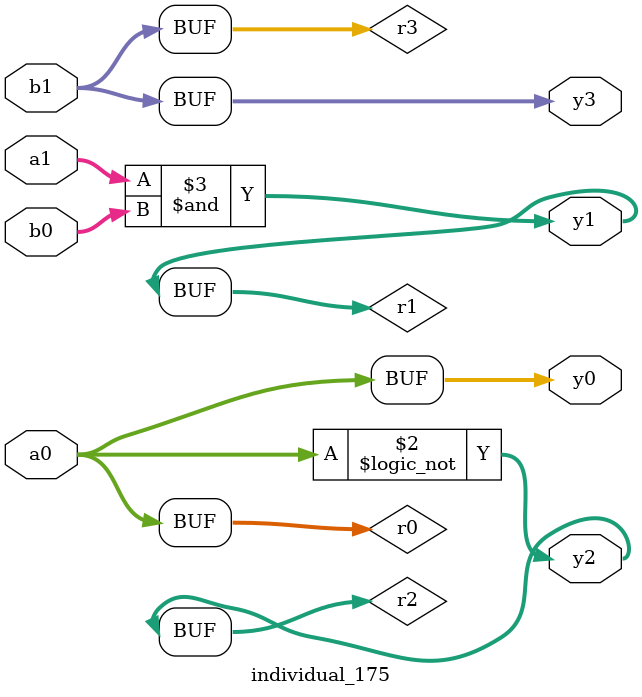
<source format=sv>
module individual_175(input logic [15:0] a1, input logic [15:0] a0, input logic [15:0] b1, input logic [15:0] b0, output logic [15:0] y3, output logic [15:0] y2, output logic [15:0] y1, output logic [15:0] y0);
logic [15:0] r0, r1, r2, r3; 
 always@(*) begin 
	 r0 = a0; r1 = a1; r2 = b0; r3 = b1; 
 	 r2 = ! r0 ;
 	 r1  &=  b0 ;
 	 y3 = r3; y2 = r2; y1 = r1; y0 = r0; 
end
endmodule
</source>
